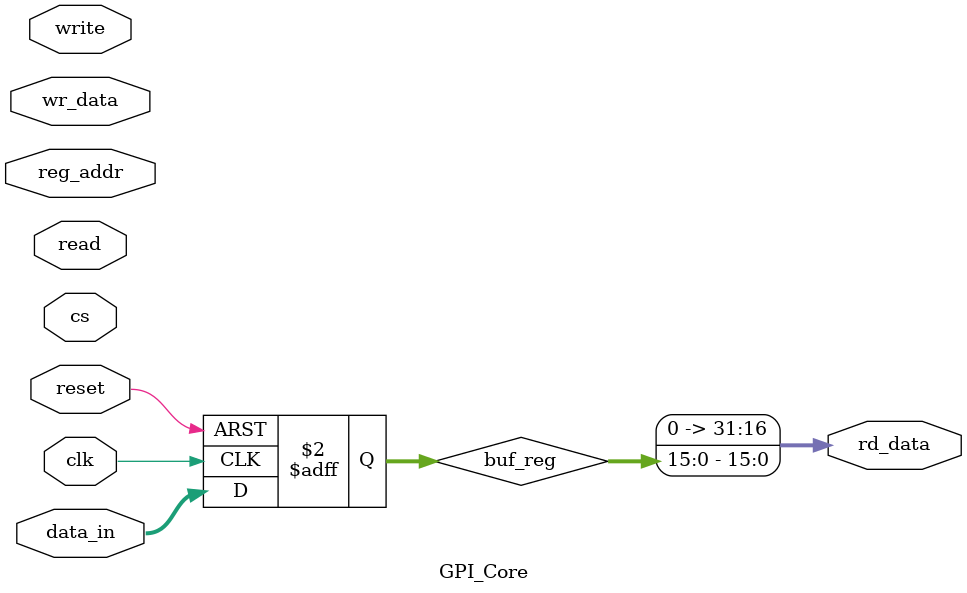
<source format=sv>
`timescale 1ns / 1ps

/*
* General Purpose Input core used to interface the Microblaze MCS with the external world
*/
module GPI_Core
#(parameter DATA_WIDTH = 16)
(
    input logic clk, reset,
    //Slot Interface 
    input logic cs,
    input logic read,
    input logic write,
    input logic [4:0] reg_addr,
    input logic [31:0] wr_data,
    output logic [31:0] rd_data,
    //External wires for the GPI core
    input logic [DATA_WIDTH-1:0] data_in
);

//Signal Declerations
logic [DATA_WIDTH-1:0] buf_reg;

always_ff @(posedge clk, posedge reset)
begin
    if(reset)
        buf_reg <= 0;
    else
        buf_reg <= data_in;
end

//The GPI core will continously sample data on every clock cycle but the MMIO controller
//will determine whether its' data will be sent to the processor using a multiplexer
//Note: The output data is 32 bits but we need to append 0's in fron to the actual data because we are not sending
//the full 32 bits of data 
assign rd_data[31:DATA_WIDTH] = 0;
assign rd_data[DATA_WIDTH-1:0] = buf_reg;

endmodule

</source>
